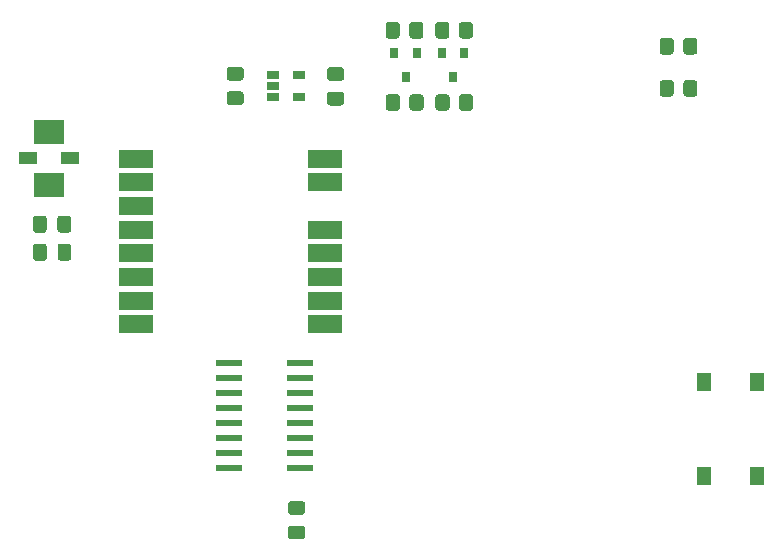
<source format=gbr>
%TF.GenerationSoftware,KiCad,Pcbnew,(5.1.10)-1*%
%TF.CreationDate,2022-02-24T11:14:30+08:00*%
%TF.ProjectId,hat,6861742e-6b69-4636-9164-5f7063625858,rev?*%
%TF.SameCoordinates,Original*%
%TF.FileFunction,Paste,Top*%
%TF.FilePolarity,Positive*%
%FSLAX46Y46*%
G04 Gerber Fmt 4.6, Leading zero omitted, Abs format (unit mm)*
G04 Created by KiCad (PCBNEW (5.1.10)-1) date 2022-02-24 11:14:30*
%MOMM*%
%LPD*%
G01*
G04 APERTURE LIST*
%ADD10R,1.060000X0.650000*%
%ADD11R,2.200000X0.600000*%
%ADD12R,2.500000X2.000000*%
%ADD13R,1.500000X1.000000*%
%ADD14R,3.000000X1.524000*%
%ADD15R,1.300000X1.550000*%
%ADD16R,0.800000X0.900000*%
G04 APERTURE END LIST*
D10*
%TO.C,U5*%
X144180000Y-77440000D03*
X144180000Y-79340000D03*
X141980000Y-79340000D03*
X141980000Y-78390000D03*
X141980000Y-77440000D03*
%TD*%
D11*
%TO.C,U3*%
X144300000Y-101855000D03*
X138300000Y-101855000D03*
X144300000Y-103125000D03*
X138300000Y-103125000D03*
X144300000Y-104395000D03*
X138300000Y-104395000D03*
X144300000Y-105665000D03*
X138300000Y-105665000D03*
X144300000Y-106935000D03*
X138300000Y-106935000D03*
X144300000Y-108205000D03*
X138300000Y-108205000D03*
X144300000Y-109475000D03*
X138300000Y-109475000D03*
X144300000Y-110745000D03*
X138300000Y-110745000D03*
%TD*%
D12*
%TO.C,U2*%
X123070000Y-82285000D03*
D13*
X121220000Y-84510000D03*
D12*
X123070000Y-86735000D03*
D13*
X124820000Y-84510000D03*
%TD*%
D14*
%TO.C,U1*%
X130430000Y-84540000D03*
X130430000Y-86540000D03*
X130430000Y-88540000D03*
X130430000Y-90540000D03*
X130430000Y-92540000D03*
X130430000Y-94540000D03*
X130430000Y-96540000D03*
X130430000Y-98540000D03*
X146430000Y-84540000D03*
X146430000Y-86540000D03*
X146430000Y-90540000D03*
X146430000Y-92540000D03*
X146430000Y-94540000D03*
X146430000Y-96540000D03*
X146430000Y-98540000D03*
%TD*%
D15*
%TO.C,SW1*%
X182990000Y-103470000D03*
X178490000Y-103470000D03*
X178490000Y-111420000D03*
X182990000Y-111420000D03*
%TD*%
%TO.C,R6*%
G36*
G01*
X175940000Y-78129999D02*
X175940000Y-79030001D01*
G75*
G02*
X175690001Y-79280000I-249999J0D01*
G01*
X174989999Y-79280000D01*
G75*
G02*
X174740000Y-79030001I0J249999D01*
G01*
X174740000Y-78129999D01*
G75*
G02*
X174989999Y-77880000I249999J0D01*
G01*
X175690001Y-77880000D01*
G75*
G02*
X175940000Y-78129999I0J-249999D01*
G01*
G37*
G36*
G01*
X177940000Y-78129999D02*
X177940000Y-79030001D01*
G75*
G02*
X177690001Y-79280000I-249999J0D01*
G01*
X176989999Y-79280000D01*
G75*
G02*
X176740000Y-79030001I0J249999D01*
G01*
X176740000Y-78129999D01*
G75*
G02*
X176989999Y-77880000I249999J0D01*
G01*
X177690001Y-77880000D01*
G75*
G02*
X177940000Y-78129999I0J-249999D01*
G01*
G37*
%TD*%
%TO.C,R5*%
G36*
G01*
X175930000Y-74559999D02*
X175930000Y-75460001D01*
G75*
G02*
X175680001Y-75710000I-249999J0D01*
G01*
X174979999Y-75710000D01*
G75*
G02*
X174730000Y-75460001I0J249999D01*
G01*
X174730000Y-74559999D01*
G75*
G02*
X174979999Y-74310000I249999J0D01*
G01*
X175680001Y-74310000D01*
G75*
G02*
X175930000Y-74559999I0J-249999D01*
G01*
G37*
G36*
G01*
X177930000Y-74559999D02*
X177930000Y-75460001D01*
G75*
G02*
X177680001Y-75710000I-249999J0D01*
G01*
X176979999Y-75710000D01*
G75*
G02*
X176730000Y-75460001I0J249999D01*
G01*
X176730000Y-74559999D01*
G75*
G02*
X176979999Y-74310000I249999J0D01*
G01*
X177680001Y-74310000D01*
G75*
G02*
X177930000Y-74559999I0J-249999D01*
G01*
G37*
%TD*%
%TO.C,R4*%
G36*
G01*
X152750000Y-79319999D02*
X152750000Y-80220001D01*
G75*
G02*
X152500001Y-80470000I-249999J0D01*
G01*
X151799999Y-80470000D01*
G75*
G02*
X151550000Y-80220001I0J249999D01*
G01*
X151550000Y-79319999D01*
G75*
G02*
X151799999Y-79070000I249999J0D01*
G01*
X152500001Y-79070000D01*
G75*
G02*
X152750000Y-79319999I0J-249999D01*
G01*
G37*
G36*
G01*
X154750000Y-79319999D02*
X154750000Y-80220001D01*
G75*
G02*
X154500001Y-80470000I-249999J0D01*
G01*
X153799999Y-80470000D01*
G75*
G02*
X153550000Y-80220001I0J249999D01*
G01*
X153550000Y-79319999D01*
G75*
G02*
X153799999Y-79070000I249999J0D01*
G01*
X154500001Y-79070000D01*
G75*
G02*
X154750000Y-79319999I0J-249999D01*
G01*
G37*
%TD*%
%TO.C,R3*%
G36*
G01*
X157750000Y-80220001D02*
X157750000Y-79319999D01*
G75*
G02*
X157999999Y-79070000I249999J0D01*
G01*
X158700001Y-79070000D01*
G75*
G02*
X158950000Y-79319999I0J-249999D01*
G01*
X158950000Y-80220001D01*
G75*
G02*
X158700001Y-80470000I-249999J0D01*
G01*
X157999999Y-80470000D01*
G75*
G02*
X157750000Y-80220001I0J249999D01*
G01*
G37*
G36*
G01*
X155750000Y-80220001D02*
X155750000Y-79319999D01*
G75*
G02*
X155999999Y-79070000I249999J0D01*
G01*
X156700001Y-79070000D01*
G75*
G02*
X156950000Y-79319999I0J-249999D01*
G01*
X156950000Y-80220001D01*
G75*
G02*
X156700001Y-80470000I-249999J0D01*
G01*
X155999999Y-80470000D01*
G75*
G02*
X155750000Y-80220001I0J249999D01*
G01*
G37*
%TD*%
%TO.C,R2*%
G36*
G01*
X152740000Y-73209999D02*
X152740000Y-74110001D01*
G75*
G02*
X152490001Y-74360000I-249999J0D01*
G01*
X151789999Y-74360000D01*
G75*
G02*
X151540000Y-74110001I0J249999D01*
G01*
X151540000Y-73209999D01*
G75*
G02*
X151789999Y-72960000I249999J0D01*
G01*
X152490001Y-72960000D01*
G75*
G02*
X152740000Y-73209999I0J-249999D01*
G01*
G37*
G36*
G01*
X154740000Y-73209999D02*
X154740000Y-74110001D01*
G75*
G02*
X154490001Y-74360000I-249999J0D01*
G01*
X153789999Y-74360000D01*
G75*
G02*
X153540000Y-74110001I0J249999D01*
G01*
X153540000Y-73209999D01*
G75*
G02*
X153789999Y-72960000I249999J0D01*
G01*
X154490001Y-72960000D01*
G75*
G02*
X154740000Y-73209999I0J-249999D01*
G01*
G37*
%TD*%
%TO.C,R1*%
G36*
G01*
X156940000Y-73209999D02*
X156940000Y-74110001D01*
G75*
G02*
X156690001Y-74360000I-249999J0D01*
G01*
X155989999Y-74360000D01*
G75*
G02*
X155740000Y-74110001I0J249999D01*
G01*
X155740000Y-73209999D01*
G75*
G02*
X155989999Y-72960000I249999J0D01*
G01*
X156690001Y-72960000D01*
G75*
G02*
X156940000Y-73209999I0J-249999D01*
G01*
G37*
G36*
G01*
X158940000Y-73209999D02*
X158940000Y-74110001D01*
G75*
G02*
X158690001Y-74360000I-249999J0D01*
G01*
X157989999Y-74360000D01*
G75*
G02*
X157740000Y-74110001I0J249999D01*
G01*
X157740000Y-73209999D01*
G75*
G02*
X157989999Y-72960000I249999J0D01*
G01*
X158690001Y-72960000D01*
G75*
G02*
X158940000Y-73209999I0J-249999D01*
G01*
G37*
%TD*%
D16*
%TO.C,Q2*%
X153240000Y-77620000D03*
X152290000Y-75620000D03*
X154190000Y-75620000D03*
%TD*%
%TO.C,Q1*%
X157240000Y-77620000D03*
X156290000Y-75620000D03*
X158190000Y-75620000D03*
%TD*%
%TO.C,C5*%
G36*
G01*
X146825000Y-78857500D02*
X147775000Y-78857500D01*
G75*
G02*
X148025000Y-79107500I0J-250000D01*
G01*
X148025000Y-79782500D01*
G75*
G02*
X147775000Y-80032500I-250000J0D01*
G01*
X146825000Y-80032500D01*
G75*
G02*
X146575000Y-79782500I0J250000D01*
G01*
X146575000Y-79107500D01*
G75*
G02*
X146825000Y-78857500I250000J0D01*
G01*
G37*
G36*
G01*
X146825000Y-76782500D02*
X147775000Y-76782500D01*
G75*
G02*
X148025000Y-77032500I0J-250000D01*
G01*
X148025000Y-77707500D01*
G75*
G02*
X147775000Y-77957500I-250000J0D01*
G01*
X146825000Y-77957500D01*
G75*
G02*
X146575000Y-77707500I0J250000D01*
G01*
X146575000Y-77032500D01*
G75*
G02*
X146825000Y-76782500I250000J0D01*
G01*
G37*
%TD*%
%TO.C,C4*%
G36*
G01*
X138325000Y-78827500D02*
X139275000Y-78827500D01*
G75*
G02*
X139525000Y-79077500I0J-250000D01*
G01*
X139525000Y-79752500D01*
G75*
G02*
X139275000Y-80002500I-250000J0D01*
G01*
X138325000Y-80002500D01*
G75*
G02*
X138075000Y-79752500I0J250000D01*
G01*
X138075000Y-79077500D01*
G75*
G02*
X138325000Y-78827500I250000J0D01*
G01*
G37*
G36*
G01*
X138325000Y-76752500D02*
X139275000Y-76752500D01*
G75*
G02*
X139525000Y-77002500I0J-250000D01*
G01*
X139525000Y-77677500D01*
G75*
G02*
X139275000Y-77927500I-250000J0D01*
G01*
X138325000Y-77927500D01*
G75*
G02*
X138075000Y-77677500I0J250000D01*
G01*
X138075000Y-77002500D01*
G75*
G02*
X138325000Y-76752500I250000J0D01*
G01*
G37*
%TD*%
%TO.C,C3*%
G36*
G01*
X143525000Y-115587500D02*
X144475000Y-115587500D01*
G75*
G02*
X144725000Y-115837500I0J-250000D01*
G01*
X144725000Y-116512500D01*
G75*
G02*
X144475000Y-116762500I-250000J0D01*
G01*
X143525000Y-116762500D01*
G75*
G02*
X143275000Y-116512500I0J250000D01*
G01*
X143275000Y-115837500D01*
G75*
G02*
X143525000Y-115587500I250000J0D01*
G01*
G37*
G36*
G01*
X143525000Y-113512500D02*
X144475000Y-113512500D01*
G75*
G02*
X144725000Y-113762500I0J-250000D01*
G01*
X144725000Y-114437500D01*
G75*
G02*
X144475000Y-114687500I-250000J0D01*
G01*
X143525000Y-114687500D01*
G75*
G02*
X143275000Y-114437500I0J250000D01*
G01*
X143275000Y-113762500D01*
G75*
G02*
X143525000Y-113512500I250000J0D01*
G01*
G37*
%TD*%
%TO.C,C2*%
G36*
G01*
X122862500Y-91975000D02*
X122862500Y-92925000D01*
G75*
G02*
X122612500Y-93175000I-250000J0D01*
G01*
X121937500Y-93175000D01*
G75*
G02*
X121687500Y-92925000I0J250000D01*
G01*
X121687500Y-91975000D01*
G75*
G02*
X121937500Y-91725000I250000J0D01*
G01*
X122612500Y-91725000D01*
G75*
G02*
X122862500Y-91975000I0J-250000D01*
G01*
G37*
G36*
G01*
X124937500Y-91975000D02*
X124937500Y-92925000D01*
G75*
G02*
X124687500Y-93175000I-250000J0D01*
G01*
X124012500Y-93175000D01*
G75*
G02*
X123762500Y-92925000I0J250000D01*
G01*
X123762500Y-91975000D01*
G75*
G02*
X124012500Y-91725000I250000J0D01*
G01*
X124687500Y-91725000D01*
G75*
G02*
X124937500Y-91975000I0J-250000D01*
G01*
G37*
%TD*%
%TO.C,C1*%
G36*
G01*
X122847500Y-89605000D02*
X122847500Y-90555000D01*
G75*
G02*
X122597500Y-90805000I-250000J0D01*
G01*
X121922500Y-90805000D01*
G75*
G02*
X121672500Y-90555000I0J250000D01*
G01*
X121672500Y-89605000D01*
G75*
G02*
X121922500Y-89355000I250000J0D01*
G01*
X122597500Y-89355000D01*
G75*
G02*
X122847500Y-89605000I0J-250000D01*
G01*
G37*
G36*
G01*
X124922500Y-89605000D02*
X124922500Y-90555000D01*
G75*
G02*
X124672500Y-90805000I-250000J0D01*
G01*
X123997500Y-90805000D01*
G75*
G02*
X123747500Y-90555000I0J250000D01*
G01*
X123747500Y-89605000D01*
G75*
G02*
X123997500Y-89355000I250000J0D01*
G01*
X124672500Y-89355000D01*
G75*
G02*
X124922500Y-89605000I0J-250000D01*
G01*
G37*
%TD*%
M02*

</source>
